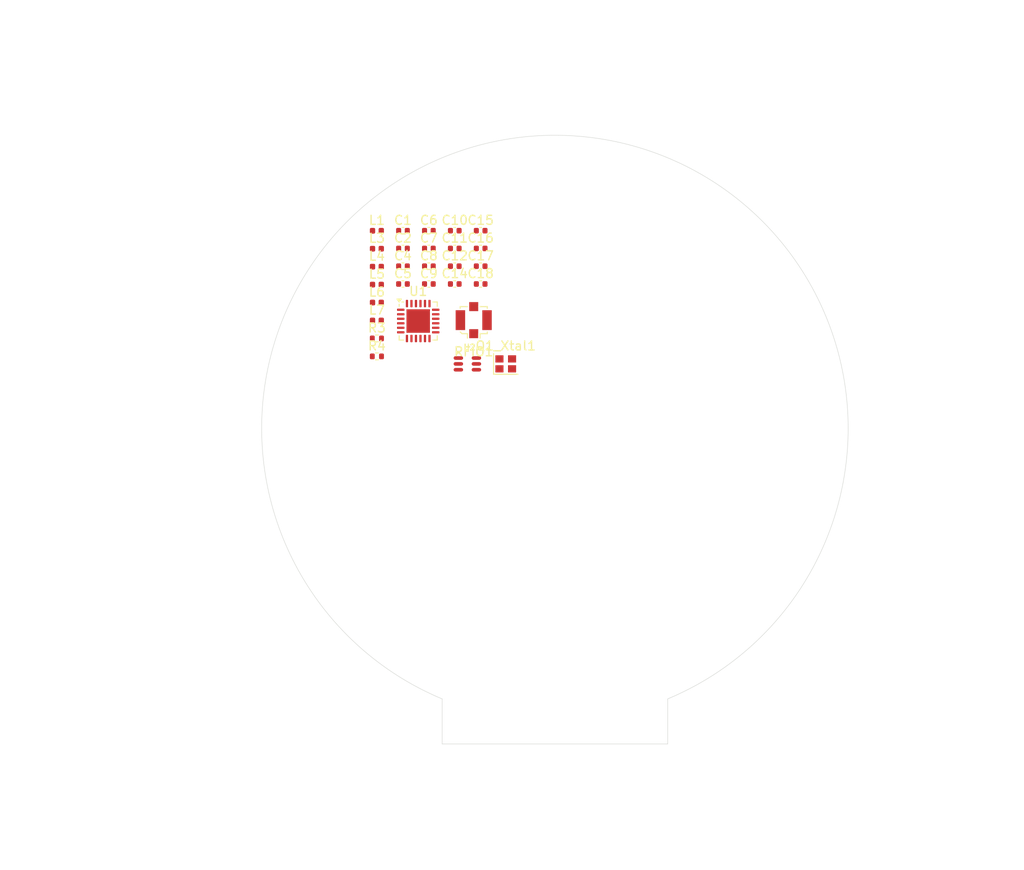
<source format=kicad_pcb>
(kicad_pcb (version 20240108) (generator "pcbnew") (generator_version "8.0")
  (layers (0 "F.Cu" signal) (1 "In1.Cu" signal) (2 "In2.Cu" signal) (31 "B.Cu" signal) (34 "B.Paste" user) (35 "F.Paste" user) (36 "B.SilkS" user "B.Silkscreen") (37 "F.SilkS" user "F.Silkscreen") (38 "B.Mask" user) (39 "F.Mask" user) (44 "Edge.Cuts" user))
  (net 0 "")
  (net 1 "GND")
  (net 2 "VR_PA")
  (net 3 "Net-(C4-Pad2)")
  (net 4 "Net-(U1-RFO)")
  (net 5 "Net-(C6-Pad2)")
  (net 6 "Net-(U2-RF1)")
  (net 7 "Net-(U2-RFC)")
  (net 8 "Net-(C8-Pad1)")
  (net 9 "Net-(RFIO1-In)")
  (net 10 "Net-(U2-RF2)")
  (net 11 "Net-(C11-Pad1)")
  (net 12 "Net-(U2-~{CTRL}{slash}~{VDD})")
  (net 13 "Net-(U2-CTRL)")
  (net 14 "VDD_RADIO")
  (net 15 "Net-(U1-VREG)")
  (net 16 "Net-(U1-RFI_N)")
  (net 17 "Net-(U1-DCC_SW)")
  (net 18 "Net-(U1-XTB)")
  (net 19 "Net-(U1-XTA)")
  (net 20 "ANT_SW_CTRL")
  (net 21 "ANT_SW")
  (net 22 "DIO3")
  (net 23 "SCK")
  (net 24 "MOSI")
  (net 26 "NSS")
  (net 27 "MISO")
  (net 28 "BUSY")
  (net 29 "DIO1")
  (footprint "Capacitor_SMD:C_0402_1005Metric" (layer "F.Cu") (at 136.03 78.08)
    (property "Reference" "C6" (at 0 -1.16 0) (layer "F.SilkS"))
    (property "Value" "39pF")
    (fp_line (start -0.107836 -0.36) (end 0.107836 -0.36) (stroke (width 0.12)) (layer "F.SilkS"))
    (fp_line (start -0.107836 0.36) (end 0.107836 0.36) (stroke (width 0.12)) (layer "F.SilkS"))
    (pad "1" smd roundrect (at -0.48 0) (size 0.56 0.62) (layers "F.Cu" "F.Paste" "F.Mask") (net 3 "Net-(C4-Pad2)"))
    (pad "2" smd roundrect (at 0.48 0) (size 0.56 0.62) (layers "F.Cu" "F.Paste" "F.Mask") (net 5 "Net-(C6-Pad2)"))
  )
  (footprint "Inductor_SMD:L_0402_1005Metric" (layer "F.Cu") (at 130.27 82.07)
    (property "Reference" "L4" (at 0 -1.17 0) (layer "F.SilkS"))
    (property "Value" "4.7nH")
    (pad "1" smd roundrect (at -0.485 0) (size 0.59 0.64) (layers "F.Cu" "F.Paste" "F.Mask") (net 5 "Net-(C6-Pad2)"))
    (pad "2" smd roundrect (at 0.485 0) (size 0.59 0.64) (layers "F.Cu" "F.Paste" "F.Mask") (net 6 "Net-(U2-RF1)"))
  )
  (footprint "Inductor_SMD:L_0402_1005Metric" (layer "F.Cu") (at 130.27 80.08)
    (property "Reference" "L3" (at 0 -1.17 0) (layer "F.SilkS"))
    (property "Value" "2.5nH")
    (pad "1" smd roundrect (at -0.485 0) (size 0.59 0.64) (layers "F.Cu" "F.Paste" "F.Mask") (net 4 "Net-(U1-RFO)"))
    (pad "2" smd roundrect (at 0.485 0) (size 0.59 0.64) (layers "F.Cu" "F.Paste" "F.Mask") (net 3 "Net-(C4-Pad2)"))
  )
  (footprint "Inductor_SMD:L_0402_1005Metric" (layer "F.Cu") (at 130.27 88.04)
    (property "Reference" "L7" (at 0 -1.17 0) (layer "F.SilkS"))
    (property "Value" "15uH")
    (pad "1" smd roundrect (at -0.485 0) (size 0.59 0.64) (layers "F.Cu" "F.Paste" "F.Mask") (net 17 "Net-(U1-DCC_SW)"))
    (pad "2" smd roundrect (at 0.485 0) (size 0.59 0.64) (layers "F.Cu" "F.Paste" "F.Mask") (net 15 "Net-(U1-VREG)"))
  )
  (footprint "Capacitor_SMD:C_0402_1005Metric" (layer "F.Cu") (at 141.77 82.02)
    (property "Reference" "C17" (at 0 -1.16 0) (layer "F.SilkS"))
    (property "Value" "470nF")
    (fp_line (start -0.107836 -0.36) (end 0.107836 -0.36) (stroke (width 0.12)) (layer "F.SilkS"))
    (fp_line (start -0.107836 0.36) (end 0.107836 0.36) (stroke (width 0.12)) (layer "F.SilkS"))
    (pad "1" smd roundrect (at -0.48 0) (size 0.56 0.62) (layers "F.Cu" "F.Paste" "F.Mask") (net 15 "Net-(U1-VREG)"))
    (pad "2" smd roundrect (at 0.48 0) (size 0.56 0.62) (layers "F.Cu" "F.Paste" "F.Mask") (net 1 "GND"))
  )
  (footprint "PE4259:SOT65P215X110-6N" (layer "F.Cu") (at 140.3 92.852)
    (property "Reference" "U2" (at 0.235225 -1.832109 0) (layer "F.SilkS") (effects (font (size 0.640597 0.640597))))
    (property "Value" "PE4259")
    (fp_circle (center -1.1 -1.2) (end -0.973 -1.2) (fill solid) (layer "F.SilkS"))
    (pad "1" smd oval (at -1 -0.65 270) (size 0.4 1.05) (layers "F.Cu" "F.Paste" "F.Mask") (net 6 "Net-(U2-RF1)"))
    (pad "2" smd oval (at -1 0 270) (size 0.4 1.05) (layers "F.Cu" "F.Paste" "F.Mask") (net 1 "GND"))
    (pad "3" smd oval (at -1 0.65 270) (size 0.4 1.05) (layers "F.Cu" "F.Paste" "F.Mask") (net 10 "Net-(U2-RF2)"))
    (pad "4" smd oval (at 1 0.65 270) (size 0.4 1.05) (layers "F.Cu" "F.Paste" "F.Mask") (net 13 "Net-(U2-CTRL)"))
    (pad "5" smd oval (at 1 0 270) (size 0.4 1.05) (layers "F.Cu" "F.Paste" "F.Mask") (net 7 "Net-(U2-RFC)"))
    (pad "6" smd oval (at 1 -0.65 270) (size 0.4 1.05) (layers "F.Cu" "F.Paste" "F.Mask") (net 12 "Net-(U2-~{CTRL}{slash}~{VDD})"))
  )
  (footprint "Inductor_SMD:L_0402_1005Metric" (layer "F.Cu") (at 130.27 78.09)
    (property "Reference" "L1" (at 0 -1.17 0) (layer "F.SilkS"))
    (property "Value" "47nH")
    (pad "1" smd roundrect (at -0.485 0) (size 0.59 0.64) (layers "F.Cu" "F.Paste" "F.Mask") (net 15 "Net-(U1-VREG)"))
    (pad "2" smd roundrect (at 0.485 0) (size 0.59 0.64) (layers "F.Cu" "F.Paste" "F.Mask") (net 4 "Net-(U1-RFO)"))
  )
  (footprint "Resistor_SMD:R_0402_1005Metric" (layer "F.Cu") (at 130.27 92.02)
    (property "Reference" "R4" (at 0 -1.17 0) (layer "F.SilkS"))
    (property "Value" "100R")
    (fp_line (start -0.153641 -0.38) (end 0.153641 -0.38) (stroke (width 0.12)) (layer "F.SilkS"))
    (fp_line (start -0.153641 0.38) (end 0.153641 0.38) (stroke (width 0.12)) (layer "F.SilkS"))
    (pad "1" smd roundrect (at -0.51 0) (size 0.54 0.64) (layers "F.Cu" "F.Paste" "F.Mask") (net 12 "Net-(U2-~{CTRL}{slash}~{VDD})"))
    (pad "2" smd roundrect (at 0.51 0) (size 0.54 0.64) (layers "F.Cu" "F.Paste" "F.Mask") (net 21 "ANT_SW"))
  )
  (footprint "Capacitor_SMD:C_0402_1005Metric" (layer "F.Cu") (at 136.03 83.99)
    (property "Reference" "C9" (at 0 -1.16 0) (layer "F.SilkS"))
    (property "Value" "3.3pF")
    (fp_line (start -0.107836 -0.36) (end 0.107836 -0.36) (stroke (width 0.12)) (layer "F.SilkS"))
    (fp_line (start -0.107836 0.36) (end 0.107836 0.36) (stroke (width 0.12)) (layer "F.SilkS"))
    (pad "1" smd roundrect (at -0.48 0) (size 0.56 0.62) (layers "F.Cu" "F.Paste" "F.Mask") (net 8 "Net-(C8-Pad1)"))
    (pad "2" smd roundrect (at 0.48 0) (size 0.56 0.62) (layers "F.Cu" "F.Paste" "F.Mask") (net 1 "GND"))
  )
  (footprint "Resistor_SMD:R_0402_1005Metric" (layer "F.Cu") (at 130.27 90.03)
    (property "Reference" "R3" (at 0 -1.17 0) (layer "F.SilkS"))
    (property "Value" "100R")
    (fp_line (start -0.153641 -0.38) (end 0.153641 -0.38) (stroke (width 0.12)) (layer "F.SilkS"))
    (fp_line (start -0.153641 0.38) (end 0.153641 0.38) (stroke (width 0.12)) (layer "F.SilkS"))
    (pad "1" smd roundrect (at -0.51 0) (size 0.54 0.64) (layers "F.Cu" "F.Paste" "F.Mask") (net 13 "Net-(U2-CTRL)"))
    (pad "2" smd roundrect (at 0.51 0) (size 0.54 0.64) (layers "F.Cu" "F.Paste" "F.Mask") (net 20 "ANT_SW_CTRL"))
  )
  (footprint "Capacitor_SMD:C_0402_1005Metric" (layer "F.Cu") (at 141.77 80.05)
    (property "Reference" "C16" (at 0 -1.16 0) (layer "F.SilkS"))
    (property "Value" "1uF")
    (fp_line (start -0.107836 -0.36) (end 0.107836 -0.36) (stroke (width 0.12)) (layer "F.SilkS"))
    (fp_line (start -0.107836 0.36) (end 0.107836 0.36) (stroke (width 0.12)) (layer "F.SilkS"))
    (pad "1" smd roundrect (at -0.48 0) (size 0.56 0.62) (layers "F.Cu" "F.Paste" "F.Mask") (net 14 "VDD_RADIO"))
    (pad "2" smd roundrect (at 0.48 0) (size 0.56 0.62) (layers "F.Cu" "F.Paste" "F.Mask") (net 1 "GND"))
  )
  (footprint "Package_DFN_QFN:QFN-24-1EP_4x4mm_P0.5mm_EP2.6x2.6mm" (layer "F.Cu") (at 134.85 88.1)
    (property "Reference" "U1" (at 0 -3.3 0) (layer "F.SilkS"))
    (property "Value" "SX1262IMLTRT")
    (fp_line (start -2.11 -1.635) (end -2.11 -1.87) (stroke (width 0.12)) (layer "F.SilkS"))
    (fp_line (start -2.11 2.11) (end -2.11 1.635) (stroke (width 0.12)) (layer "F.SilkS"))
    (fp_line (start -1.635 -2.11) (end -1.81 -2.11) (stroke (width 0.12)) (layer "F.SilkS"))
    (fp_line (start -1.635 2.11) (end -2.11 2.11) (stroke (width 0.12)) (layer "F.SilkS"))
    (fp_line (start 1.635 -2.11) (end 2.11 -2.11) (stroke (width 0.12)) (layer "F.SilkS"))
    (fp_line (start 1.635 2.11) (end 2.11 2.11) (stroke (width 0.12)) (layer "F.SilkS"))
    (fp_line (start 2.11 -2.11) (end 2.11 -1.635) (stroke (width 0.12)) (layer "F.SilkS"))
    (fp_line (start 2.11 2.11) (end 2.11 1.635) (stroke (width 0.12)) (layer "F.SilkS"))
    (fp_poly (pts (xy -2.11 -2.11) (xy -2.35 -2.44) (xy -1.87 -2.44) (xy -2.11 -2.11)) (stroke (width 0.12)) (fill solid) (layer "F.SilkS"))
    (pad "1" smd roundrect (at -1.9375 -1.25) (size 0.825 0.25) (layers "F.Cu" "F.Paste" "F.Mask") (net 14 "VDD_RADIO"))
    (pad "2" smd roundrect (at -1.9375 -0.75) (size 0.825 0.25) (layers "F.Cu" "F.Paste" "F.Mask") (net 1 "GND"))
    (pad "3" smd roundrect (at -1.9375 -0.25) (size 0.825 0.25) (layers "F.Cu" "F.Paste" "F.Mask") (net 19 "Net-(U1-XTA)"))
    (pad "4" smd roundrect (at -1.9375 0.25) (size 0.825 0.25) (layers "F.Cu" "F.Paste" "F.Mask") (net 18 "Net-(U1-XTB)"))
    (pad "5" smd roundrect (at -1.9375 0.75) (size 0.825 0.25) (layers "F.Cu" "F.Paste" "F.Mask") (net 1 "GND"))
    (pad "6" smd roundrect (at -1.9375 1.25) (size 0.825 0.25) (layers "F.Cu" "F.Paste" "F.Mask") (net 22 "DIO3"))
    (pad "7" smd roundrect (at -1.25 1.9375) (size 0.25 0.825) (layers "F.Cu" "F.Paste" "F.Mask") (net 15 "Net-(U1-VREG)"))
    (pad "8" smd roundrect (at -0.75 1.9375) (size 0.25 0.825) (layers "F.Cu" "F.Paste" "F.Mask") (net 1 "GND"))
    (pad "9" smd roundrect (at -0.25 1.9375) (size 0.25 0.825) (layers "F.Cu" "F.Paste" "F.Mask") (net 17 "Net-(U1-DCC_SW)"))
    (pad "10" smd roundrect (at 0.25 1.9375) (size 0.25 0.825) (layers "F.Cu" "F.Paste" "F.Mask") (net 14 "VDD_RADIO"))
    (pad "11" smd roundrect (at 0.75 1.9375) (size 0.25 0.825) (layers "F.Cu" "F.Paste" "F.Mask") (net 14 "VDD_RADIO"))
    (pad "12" smd roundrect (at 1.25 1.9375) (size 0.25 0.825) (layers "F.Cu" "F.Paste" "F.Mask") (net 20 "ANT_SW_CTRL"))
    (pad "13" smd roundrect (at 1.9375 1.25) (size 0.825 0.25) (layers "F.Cu" "F.Paste" "F.Mask") (net 29 "DIO1"))
    (pad "14" smd roundrect (at 1.9375 0.75) (size 0.825 0.25) (layers "F.Cu" "F.Paste" "F.Mask") (net 28 "BUSY"))
    (pad "15" smd roundrect (at 1.9375 0.25) (size 0.825 0.25) (layers "F.Cu" "F.Paste" "F.Mask"))
    (pad "16" smd roundrect (at 1.9375 -0.25) (size 0.825 0.25) (layers "F.Cu" "F.Paste" "F.Mask") (net 27 "MISO"))
    (pad "17" smd roundrect (at 1.9375 -0.75) (size 0.825 0.25) (layers "F.Cu" "F.Paste" "F.Mask") (net 24 "MOSI"))
    (pad "18" smd roundrect (at 1.9375 -1.25) (size 0.825 0.25) (layers "F.Cu" "F.Paste" "F.Mask") (net 23 "SCK"))
    (pad "19" smd roundrect (at 1.25 -1.9375) (size 0.25 0.825) (layers "F.Cu" "F.Paste" "F.Mask") (net 26 "NSS"))
    (pad "20" smd roundrect (at 0.75 -1.9375) (size 0.25 0.825) (layers "F.Cu" "F.Paste" "F.Mask") (net 1 "GND"))
    (pad "21" smd roundrect (at 0.25 -1.9375) (size 0.25 0.825) (layers "F.Cu" "F.Paste" "F.Mask") (net 1 "GND"))
    (pad "22" smd roundrect (at -0.25 -1.9375) (size 0.25 0.825) (layers "F.Cu" "F.Paste" "F.Mask") (net 16 "Net-(U1-RFI_N)"))
    (pad "23" smd roundrect (at -0.75 -1.9375) (size 0.25 0.825) (layers "F.Cu" "F.Paste" "F.Mask") (net 4 "Net-(U1-RFO)"))
    (pad "24" smd roundrect (at -1.25 -1.9375) (size 0.25 0.825) (layers "F.Cu" "F.Paste" "F.Mask") (net 2 "VR_PA"))
    (pad "25" smd rect (at 0 0) (size 2.6 2.6) (property pad_prop_heatsink) (layers "F.Cu" "F.Mask") (net 1 "GND"))
  )
  (footprint "Connector_Coaxial:U.FL_Molex_MCRF_73412-0110_Vertical" (layer "F.Cu") (at 141 88)
    (property "Reference" "RFIO1" (at 0 3.5 0) (layer "F.SilkS"))
    (property "Value" "SMA")
    (fp_line (start -1.5 -1.5) (end -0.7 -1.5) (stroke (width 0.12)) (layer "F.SilkS"))
    (fp_line (start -1.5 -1.3) (end -1.5 -1.5) (stroke (width 0.12)) (layer "F.SilkS"))
    (fp_line (start -1.3 1.5) (end -1.5 1.3) (stroke (width 0.12)) (layer "F.SilkS"))
    (fp_line (start -0.7 1.5) (end -1.3 1.5) (stroke (width 0.12)) (layer "F.SilkS"))
    (fp_line (start -0.7 1.5) (end -0.7 2) (stroke (width 0.12)) (layer "F.SilkS"))
    (fp_line (start 0.7 -1.5) (end 1.5 -1.5) (stroke (width 0.12)) (layer "F.SilkS"))
    (fp_line (start 0.7 1.5) (end 0.7 2) (stroke (width 0.12)) (layer "F.SilkS"))
    (fp_line (start 1.5 -1.5) (end 1.5 -1.3) (stroke (width 0.12)) (layer "F.SilkS"))
    (fp_line (start 1.5 1.3) (end 1.5 1.5) (stroke (width 0.12)) (layer "F.SilkS"))
    (fp_line (start 1.5 1.5) (end 0.7 1.5) (stroke (width 0.12)) (layer "F.SilkS"))
    (pad "1" smd rect (at 0 1.5) (size 1 1) (layers "F.Cu" "F.Paste" "F.Mask") (net 9 "Net-(RFIO1-In)"))
    (pad "2" smd rect (at -1.475 0) (size 1.05 2.2) (layers "F.Cu" "F.Paste" "F.Mask") (net 1 "GND"))
    (pad "2" smd rect (at 0 -1.5) (size 1 1) (layers "F.Cu" "F.Paste" "F.Mask") (net 1 "GND"))
    (pad "2" smd rect (at 1.475 0) (size 1.05 2.2) (layers "F.Cu" "F.Paste" "F.Mask") (net 1 "GND"))
  )
  (footprint "Capacitor_SMD:C_0402_1005Metric" (layer "F.Cu") (at 138.9 82.02)
    (property "Reference" "C12" (at 0 -1.16 0) (layer "F.SilkS"))
    (property "Value" "1.8pF")
    (fp_line (start -0.107836 -0.36) (end 0.107836 -0.36) (stroke (width 0.12)) (layer "F.SilkS"))
    (fp_line (start -0.107836 0.36) (end 0.107836 0.36) (stroke (width 0.12)) (layer "F.SilkS"))
    (pad "1" smd roundrect (at -0.48 0) (size 0.56 0.62) (layers "F.Cu" "F.Paste" "F.Mask") (net 11 "Net-(C11-Pad1)"))
    (pad "2" smd roundrect (at 0.48 0) (size 0.56 0.62) (layers "F.Cu" "F.Paste" "F.Mask") (net 1 "GND"))
  )
  (footprint "Capacitor_SMD:C_0402_1005Metric" (layer "F.Cu") (at 141.77 78.08)
    (property "Reference" "C15" (at 0 -1.16 0) (layer "F.SilkS"))
    (property "Value" "1nF")
    (fp_line (start -0.107836 -0.36) (end 0.107836 -0.36) (stroke (width 0.12)) (layer "F.SilkS"))
    (fp_line (start -0.107836 0.36) (end 0.107836 0.36) (stroke (width 0.12)) (layer "F.SilkS"))
    (pad "1" smd roundrect (at -0.48 0) (size 0.56 0.62) (layers "F.Cu" "F.Paste" "F.Mask") (net 13 "Net-(U2-CTRL)"))
    (pad "2" smd roundrect (at 0.48 0) (size 0.56 0.62) (layers "F.Cu" "F.Paste" "F.Mask") (net 1 "GND"))
  )
  (footprint "Capacitor_SMD:C_0402_1005Metric" (layer "F.Cu") (at 141.77 83.99)
    (property "Reference" "C18" (at 0 -1.16 0) (layer "F.SilkS"))
    (property "Value" "100nF")
    (fp_line (start -0.107836 -0.36) (end 0.107836 -0.36) (stroke (width 0.12)) (layer "F.SilkS"))
    (fp_line (start -0.107836 0.36) (end 0.107836 0.36) (stroke (width 0.12)) (layer "F.SilkS"))
    (pad "1" smd roundrect (at -0.48 0) (size 0.56 0.62) (layers "F.Cu" "F.Paste" "F.Mask") (net 14 "VDD_RADIO"))
    (pad "2" smd roundrect (at 0.48 0) (size 0.56 0.62) (layers "F.Cu" "F.Paste" "F.Mask") (net 1 "GND"))
  )
  (footprint "Inductor_SMD:L_0402_1005Metric" (layer "F.Cu") (at 130.27 84.06)
    (property "Reference" "L5" (at 0 -1.17 0) (layer "F.SilkS"))
    (property "Value" "9.1nH")
    (pad "1" smd roundrect (at -0.485 0) (size 0.59 0.64) (layers "F.Cu" "F.Paste" "F.Mask") (net 9 "Net-(RFIO1-In)"))
    (pad "2" smd roundrect (at 0.485 0) (size 0.59 0.64) (layers "F.Cu" "F.Paste" "F.Mask") (net 8 "Net-(C8-Pad1)"))
  )
  (footprint "Capacitor_SMD:C_0402_1005Metric" (layer "F.Cu") (at 136.03 82.02)
    (property "Reference" "C8" (at 0 -1.16 0) (layer "F.SilkS"))
    (property "Value" "39pF")
    (fp_line (start -0.107836 -0.36) (end 0.107836 -0.36) (stroke (width 0.12)) (layer "F.SilkS"))
    (fp_line (start -0.107836 0.36) (end 0.107836 0.36) (stroke (width 0.12)) (layer "F.SilkS"))
    (pad "1" smd roundrect (at -0.48 0) (size 0.56 0.62) (layers "F.Cu" "F.Paste" "F.Mask") (net 8 "Net-(C8-Pad1)"))
    (pad "2" smd roundrect (at 0.48 0) (size 0.56 0.62) (layers "F.Cu" "F.Paste" "F.Mask") (net 7 "Net-(U2-RFC)"))
  )
  (footprint "Capacitor_SMD:C_0402_1005Metric" (layer "F.Cu") (at 133.16 80.05)
    (property "Reference" "C2" (at 0 -1.16 0) (layer "F.SilkS"))
    (property "Value" "47pF")
    (fp_line (start -0.107836 -0.36) (end 0.107836 -0.36) (stroke (width 0.12)) (layer "F.SilkS"))
    (fp_line (start -0.107836 0.36) (end 0.107836 0.36) (stroke (width 0.12)) (layer "F.SilkS"))
    (pad "1" smd roundrect (at -0.48 0) (size 0.56 0.62) (layers "F.Cu" "F.Paste" "F.Mask") (net 2 "VR_PA"))
    (pad "2" smd roundrect (at 0.48 0) (size 0.56 0.62) (layers "F.Cu" "F.Paste" "F.Mask") (net 1 "GND"))
  )
  (footprint "Capacitor_SMD:C_0402_1005Metric" (layer "F.Cu") (at 133.16 78.08)
    (property "Reference" "C1" (at 0 -1.16 0) (layer "F.SilkS"))
    (property "Value" "47nF")
    (fp_line (start -0.107836 -0.36) (end 0.107836 -0.36) (stroke (width 0.12)) (layer "F.SilkS"))
    (fp_line (start -0.107836 0.36) (end 0.107836 0.36) (stroke (width 0.12)) (layer "F.SilkS"))
    (pad "1" smd roundrect (at -0.48 0) (size 0.56 0.62) (layers "F.Cu" "F.Paste" "F.Mask") (net 2 "VR_PA"))
    (pad "2" smd roundrect (at 0.48 0) (size 0.56 0.62) (layers "F.Cu" "F.Paste" "F.Mask") (net 1 "GND"))
  )
  (footprint "Capacitor_SMD:C_0402_1005Metric" (layer "F.Cu") (at 138.9 80.05)
    (property "Reference" "C11" (at 0 -1.16 0) (layer "F.SilkS"))
    (property "Value" "2.4pF")
    (fp_line (start -0.107836 -0.36) (end 0.107836 -0.36) (stroke (width 0.12)) (layer "F.SilkS"))
    (fp_line (start -0.107836 0.36) (end 0.107836 0.36) (stroke (width 0.12)) (layer "F.SilkS"))
    (pad "1" smd roundrect (at -0.48 0) (size 0.56 0.62) (layers "F.Cu" "F.Paste" "F.Mask") (net 11 "Net-(C11-Pad1)"))
    (pad "2" smd roundrect (at 0.48 0) (size 0.56 0.62) (layers "F.Cu" "F.Paste" "F.Mask") (net 10 "Net-(U2-RF2)"))
  )
  (footprint "Capacitor_SMD:C_0402_1005Metric" (layer "F.Cu") (at 138.9 83.99)
    (property "Reference" "C14" (at 0 -1.16 0) (layer "F.SilkS"))
    (property "Value" "1nF")
    (fp_line (start -0.107836 -0.36) (end 0.107836 -0.36) (stroke (width 0.12)) (layer "F.SilkS"))
    (fp_line (start -0.107836 0.36) (end 0.107836 0.36) (stroke (width 0.12)) (layer "F.SilkS"))
    (pad "1" smd roundrect (at -0.48 0) (size 0.56 0.62) (layers "F.Cu" "F.Paste" "F.Mask") (net 12 "Net-(U2-~{CTRL}{slash}~{VDD})"))
    (pad "2" smd roundrect (at 0.48 0) (size 0.56 0.62) (layers "F.Cu" "F.Paste" "F.Mask") (net 1 "GND"))
  )
  (footprint "Capacitor_SMD:C_0402_1005Metric" (layer "F.Cu") (at 136.03 80.05)
    (property "Reference" "C7" (at 0 -1.16 0) (layer "F.SilkS"))
    (property "Value" "1.8pF")
    (fp_line (start -0.107836 -0.36) (end 0.107836 -0.36) (stroke (width 0.12)) (layer "F.SilkS"))
    (fp_line (start -0.107836 0.36) (end 0.107836 0.36) (stroke (width 0.12)) (layer "F.SilkS"))
    (pad "1" smd roundrect (at -0.48 0) (size 0.56 0.62) (layers "F.Cu" "F.Paste" "F.Mask") (net 6 "Net-(U2-RF1)"))
    (pad "2" smd roundrect (at 0.48 0) (size 0.56 0.62) (layers "F.Cu" "F.Paste" "F.Mask") (net 1 "GND"))
  )
  (footprint "Capacitor_SMD:C_0402_1005Metric" (layer "F.Cu") (at 133.16 83.99)
    (property "Reference" "C5" (at 0 -1.16 0) (layer "F.SilkS"))
    (property "Value" "5.6pF")
    (fp_line (start -0.107836 -0.36) (end 0.107836 -0.36) (stroke (width 0.12)) (layer "F.SilkS"))
    (fp_line (start -0.107836 0.36) (end 0.107836 0.36) (stroke (width 0.12)) (layer "F.SilkS"))
    (pad "1" smd roundrect (at -0.48 0) (size 0.56 0.62) (layers "F.Cu" "F.Paste" "F.Mask") (net 3 "Net-(C4-Pad2)"))
    (pad "2" smd roundrect (at 0.48 0) (size 0.56 0.62) (layers "F.Cu" "F.Paste" "F.Mask") (net 1 "GND"))
  )
  (footprint "Inductor_SMD:L_0402_1005Metric" (layer "F.Cu") (at 130.27 86.05)
    (property "Reference" "L6" (at 0 -1.17 0) (layer "F.SilkS"))
    (property "Value" "15nH")
    (pad "1" smd roundrect (at -0.485 0) (size 0.59 0.64) (layers "F.Cu" "F.Paste" "F.Mask") (net 16 "Net-(U1-RFI_N)"))
    (pad "2" smd roundrect (at 0.485 0) (size 0.59 0.64) (layers "F.Cu" "F.Paste" "F.Mask") (net 11 "Net-(C11-Pad1)"))
  )
  (footprint "Crystal:Crystal_SMD_2016-4Pin_2.0x1.6mm" (layer "F.Cu") (at 144.55 92.85)
    (property "Reference" "Q1_Xtal1" (at 0 -2 0) (layer "F.SilkS"))
    (property "Value" "32.0MHz")
    (fp_line (start -1.35 -1.15) (end -1.35 1.15) (stroke (width 0.12)) (layer "F.SilkS"))
    (fp_line (start -1.35 1.15) (end 1.35 1.15) (stroke (width 0.12)) (layer "F.SilkS"))
    (pad "1" smd rect (at -0.7 0.55) (size 0.9 0.8) (layers "F.Cu" "F.Paste" "F.Mask") (net 18 "Net-(U1-XTB)"))
    (pad "2" smd rect (at 0.7 0.55) (size 0.9 0.8) (layers "F.Cu" "F.Paste" "F.Mask") (net 1 "GND"))
    (pad "3" smd rect (at 0.7 -0.55) (size 0.9 0.8) (layers "F.Cu" "F.Paste" "F.Mask") (net 19 "Net-(U1-XTA)"))
    (pad "4" smd rect (at -0.7 -0.55) (size 0.9 0.8) (layers "F.Cu" "F.Paste" "F.Mask") (net 1 "GND"))
  )
  (footprint "Capacitor_SMD:C_0402_1005Metric" (layer "F.Cu") (at 133.16 82.02)
    (property "Reference" "C4" (at 0 -1.16 0) (layer "F.SilkS"))
    (property "Value" "3pF")
    (fp_line (start -0.107836 -0.36) (end 0.107836 -0.36) (stroke (width 0.12)) (layer "F.SilkS"))
    (fp_line (start -0.107836 0.36) (end 0.107836 0.36) (stroke (width 0.12)) (layer "F.SilkS"))
    (pad "1" smd roundrect (at -0.48 0) (size 0.56 0.62) (layers "F.Cu" "F.Paste" "F.Mask") (net 4 "Net-(U1-RFO)"))
    (pad "2" smd roundrect (at 0.48 0) (size 0.56 0.62) (layers "F.Cu" "F.Paste" "F.Mask") (net 3 "Net-(C4-Pad2)"))
  )
  (footprint "Capacitor_SMD:C_0402_1005Metric" (layer "F.Cu") (at 138.9 78.08)
    (property "Reference" "C10" (at 0 -1.16 0) (layer "F.SilkS"))
    (property "Value" "3.3pF")
    (fp_line (start -0.107836 -0.36) (end 0.107836 -0.36) (stroke (width 0.12)) (layer "F.SilkS"))
    (fp_line (start -0.107836 0.36) (end 0.107836 0.36) (stroke (width 0.12)) (layer "F.SilkS"))
    (pad "1" smd roundrect (at -0.48 0) (size 0.56 0.62) (layers "F.Cu" "F.Paste" "F.Mask") (net 9 "Net-(RFIO1-In)"))
    (pad "2" smd roundrect (at 0.48 0) (size 0.56 0.62) (layers "F.Cu" "F.Paste" "F.Mask") (net 1 "GND"))
  )
  (gr_line (start 162.5 135) (end 162.5 130) (stroke (width 0.05)) (layer "Edge.Cuts"))
  (gr_arc (start 137.5 130) (mid 150 67.5) (end 162.5 130) (stroke (width 0.05)) (layer "Edge.Cuts"))
  (gr_line (start 137.5 135) (end 162.5 135) (stroke (width 0.05)) (layer "Edge.Cuts"))
  (gr_line (start 137.5 130) (end 137.5 135) (stroke (width 0.05)) (layer "Edge.Cuts"))
)
</source>
